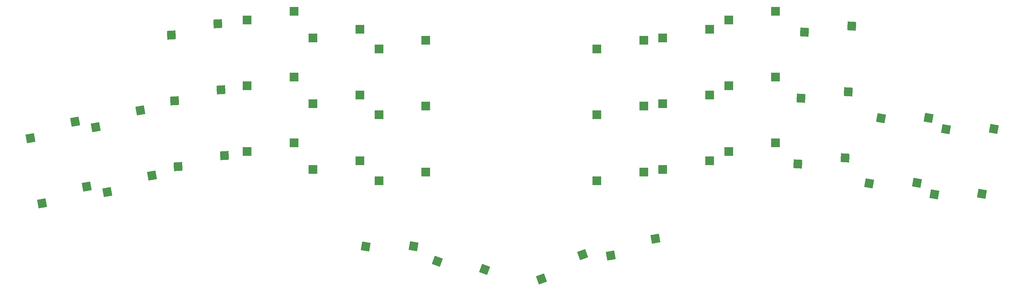
<source format=gbp>
%TF.GenerationSoftware,KiCad,Pcbnew,9.0.7-1.fc43*%
%TF.CreationDate,2026-02-09T10:12:15+11:00*%
%TF.ProjectId,keyboard-split-splay-5x3+2-pinky-cluster,6b657962-6f61-4726-942d-73706c69742d,rev?*%
%TF.SameCoordinates,Original*%
%TF.FileFunction,Paste,Bot*%
%TF.FilePolarity,Positive*%
%FSLAX46Y46*%
G04 Gerber Fmt 4.6, Leading zero omitted, Abs format (unit mm)*
G04 Created by KiCad (PCBNEW 9.0.7-1.fc43) date 2026-02-09 10:12:15*
%MOMM*%
%LPD*%
G01*
G04 APERTURE LIST*
G04 Aperture macros list*
%AMRotRect*
0 Rectangle, with rotation*
0 The origin of the aperture is its center*
0 $1 length*
0 $2 width*
0 $3 Rotation angle, in degrees counterclockwise*
0 Add horizontal line*
21,1,$1,$2,0,0,$3*%
G04 Aperture macros list end*
%ADD10R,2.500000X2.550000*%
%ADD11RotRect,2.500000X2.550000X357.000000*%
%ADD12RotRect,2.500000X2.550000X350.000000*%
%ADD13RotRect,2.500000X2.550000X10.000000*%
%ADD14RotRect,2.500000X2.550000X20.000000*%
%ADD15RotRect,2.500000X2.550000X3.000000*%
%ADD16RotRect,2.500000X2.550000X340.000000*%
G04 APERTURE END LIST*
D10*
%TO.C,SW14*%
X230620000Y-129960000D03*
X244310000Y-127420000D03*
%TD*%
%TO.C,SW18*%
X192120000Y-99960000D03*
X205810000Y-97420000D03*
%TD*%
%TO.C,SW20*%
X109270000Y-96710000D03*
X122960000Y-94170000D03*
%TD*%
D11*
%TO.C,SW3*%
X252763184Y-95072008D03*
X266567356Y-93251968D03*
%TD*%
D12*
%TO.C,SW7*%
X290674704Y-142449700D03*
X304597789Y-142325532D03*
%TD*%
D13*
%TO.C,SW23*%
X45792572Y-122797477D03*
X58833523Y-117918821D03*
%TD*%
D14*
%TO.C,SW16*%
X175952368Y-167171491D03*
X187948029Y-160102416D03*
%TD*%
D11*
%TO.C,SW9*%
X251763184Y-114322008D03*
X265567356Y-112501968D03*
%TD*%
D10*
%TO.C,SW15*%
X211370000Y-115960000D03*
X225060000Y-113420000D03*
%TD*%
D15*
%TO.C,SW22*%
X67897318Y-95854954D03*
X81435623Y-92601956D03*
%TD*%
D10*
%TO.C,SW27*%
X90020000Y-110710000D03*
X103710000Y-108170000D03*
%TD*%
%TO.C,SW26*%
X109270000Y-115960000D03*
X122960000Y-113420000D03*
%TD*%
D15*
%TO.C,SW28*%
X68897318Y-115104954D03*
X82435623Y-111851956D03*
%TD*%
D12*
%TO.C,SW1*%
X271674704Y-139199700D03*
X285597789Y-139075532D03*
%TD*%
%TO.C,SW2*%
X275074704Y-120199700D03*
X288997789Y-120075532D03*
%TD*%
D13*
%TO.C,SW30*%
X30192572Y-145047477D03*
X43233523Y-140168821D03*
%TD*%
D10*
%TO.C,SW4*%
X230620000Y-91460000D03*
X244310000Y-88920000D03*
%TD*%
%TO.C,SW19*%
X128520000Y-99960000D03*
X142210000Y-97420000D03*
%TD*%
D12*
%TO.C,SW36*%
X124674704Y-157699700D03*
X138597789Y-157575532D03*
%TD*%
D16*
%TO.C,SW35*%
X145589830Y-162054870D03*
X159322954Y-164350307D03*
%TD*%
D10*
%TO.C,SW32*%
X109270000Y-135210000D03*
X122960000Y-132670000D03*
%TD*%
%TO.C,SW21*%
X90020000Y-91460000D03*
X103710000Y-88920000D03*
%TD*%
%TO.C,SW12*%
X192120000Y-138460000D03*
X205810000Y-135920000D03*
%TD*%
%TO.C,SW25*%
X128520000Y-119210000D03*
X142210000Y-116670000D03*
%TD*%
%TO.C,SW10*%
X230620000Y-110710000D03*
X244310000Y-108170000D03*
%TD*%
%TO.C,SW5*%
X211370000Y-135210000D03*
X225060000Y-132670000D03*
%TD*%
D15*
%TO.C,SW34*%
X69897318Y-134354954D03*
X83435623Y-131101956D03*
%TD*%
D10*
%TO.C,SW33*%
X90020000Y-129960000D03*
X103710000Y-127420000D03*
%TD*%
D13*
%TO.C,SW29*%
X26792572Y-126047477D03*
X39833523Y-121168821D03*
%TD*%
%TO.C,SW11*%
X196192572Y-160297477D03*
X209233523Y-155418821D03*
%TD*%
D11*
%TO.C,SW13*%
X250763184Y-133572008D03*
X264567356Y-131751968D03*
%TD*%
D10*
%TO.C,SW17*%
X211370000Y-96710000D03*
X225060000Y-94170000D03*
%TD*%
D13*
%TO.C,SW24*%
X49192572Y-141797477D03*
X62233523Y-136918821D03*
%TD*%
D10*
%TO.C,SW31*%
X128520000Y-138460000D03*
X142210000Y-135920000D03*
%TD*%
%TO.C,SW6*%
X192120000Y-119210000D03*
X205810000Y-116670000D03*
%TD*%
D12*
%TO.C,SW8*%
X294074704Y-123449700D03*
X307997789Y-123325532D03*
%TD*%
M02*

</source>
